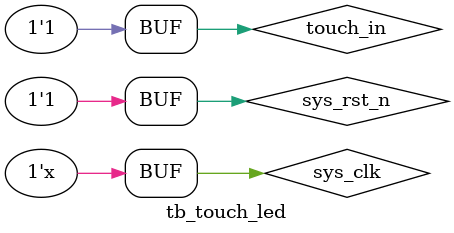
<source format=v>
`timescale 1ns/1ns
module tb_touch_led();

reg   sys_clk;
reg   sys_rst_n;
reg   touch_in;

wire  led_out;

initial begin
  sys_clk = 1'b1;
  sys_rst_n <= 1'b0;
  touch_in <= 1'b1;
  #20
  sys_rst_n <= 1'b1;
  #200
  touch_in <= 1'b0;
  #300
  touch_in <= 1'b1;
  #400
  touch_in <= 1'b0;
  #500
  touch_in <= 1'b1;
  end

always #10 sys_clk = ~sys_clk;

touch_led touch_led_inst
(
  .sys_clk    (sys_clk),
  .sys_rst_n  (sys_rst_n),
  .touch_in   (touch_in),
  
  .led_out    (led_out)
);

endmodule
</source>
